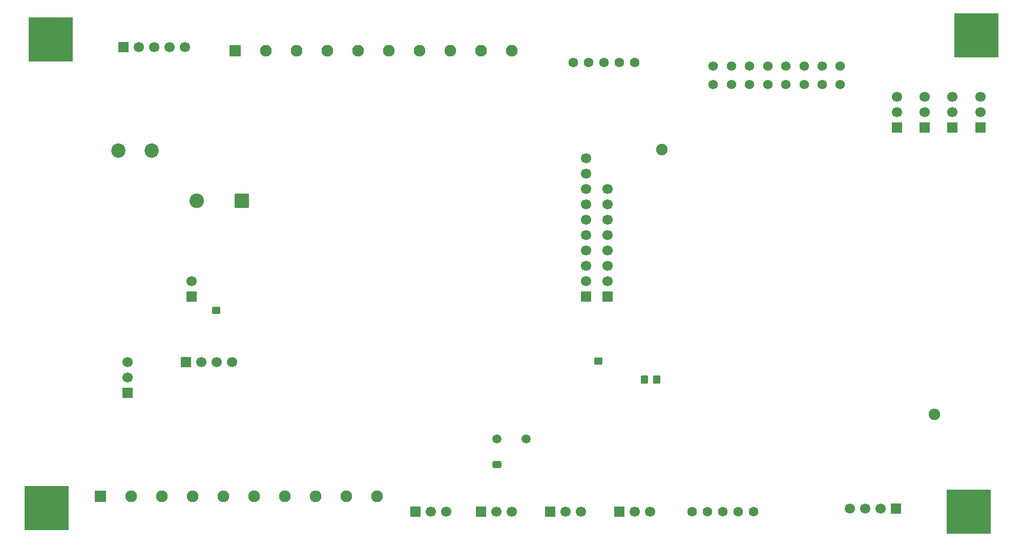
<source format=gbr>
%TF.GenerationSoftware,KiCad,Pcbnew,9.0.6*%
%TF.CreationDate,2025-11-21T14:30:57-07:00*%
%TF.ProjectId,FloodingPICPCB,466c6f6f-6469-46e6-9750-49435043422e,rev?*%
%TF.SameCoordinates,Original*%
%TF.FileFunction,Soldermask,Bot*%
%TF.FilePolarity,Negative*%
%FSLAX46Y46*%
G04 Gerber Fmt 4.6, Leading zero omitted, Abs format (unit mm)*
G04 Created by KiCad (PCBNEW 9.0.6) date 2025-11-21 14:30:57*
%MOMM*%
%LPD*%
G01*
G04 APERTURE LIST*
G04 Aperture macros list*
%AMRoundRect*
0 Rectangle with rounded corners*
0 $1 Rounding radius*
0 $2 $3 $4 $5 $6 $7 $8 $9 X,Y pos of 4 corners*
0 Add a 4 corners polygon primitive as box body*
4,1,4,$2,$3,$4,$5,$6,$7,$8,$9,$2,$3,0*
0 Add four circle primitives for the rounded corners*
1,1,$1+$1,$2,$3*
1,1,$1+$1,$4,$5*
1,1,$1+$1,$6,$7*
1,1,$1+$1,$8,$9*
0 Add four rect primitives between the rounded corners*
20,1,$1+$1,$2,$3,$4,$5,0*
20,1,$1+$1,$4,$5,$6,$7,0*
20,1,$1+$1,$6,$7,$8,$9,0*
20,1,$1+$1,$8,$9,$2,$3,0*%
G04 Aperture macros list end*
%ADD10R,1.700000X1.700000*%
%ADD11C,1.700000*%
%ADD12C,1.500000*%
%ADD13R,7.366000X7.366000*%
%ADD14R,1.950000X1.950000*%
%ADD15C,1.950000*%
%ADD16C,1.600200*%
%ADD17RoundRect,0.250000X-0.450000X0.350000X-0.450000X-0.350000X0.450000X-0.350000X0.450000X0.350000X0*%
%ADD18C,2.362200*%
%ADD19C,1.574800*%
%ADD20RoundRect,0.250001X0.949999X0.949999X-0.949999X0.949999X-0.949999X-0.949999X0.949999X-0.949999X0*%
%ADD21C,2.400000*%
%ADD22RoundRect,0.250000X-0.475000X0.337500X-0.475000X-0.337500X0.475000X-0.337500X0.475000X0.337500X0*%
%ADD23C,1.905000*%
%ADD24RoundRect,0.250000X0.350000X0.450000X-0.350000X0.450000X-0.350000X-0.450000X0.350000X-0.450000X0*%
G04 APERTURE END LIST*
D10*
%TO.C,J2*%
X110490000Y-32385000D03*
D11*
X113030000Y-32385000D03*
X115570000Y-32385000D03*
X118110000Y-32385000D03*
X120650000Y-32385000D03*
%TD*%
D12*
%TO.C,Y1*%
X177065000Y-97155000D03*
X172185000Y-97155000D03*
%TD*%
D13*
%TO.C,REF\u002A\u002A*%
X250190000Y-109220000D03*
%TD*%
D14*
%TO.C,J3*%
X106680000Y-106680000D03*
D15*
X111760000Y-106680000D03*
X116840000Y-106680000D03*
X121920000Y-106680000D03*
X127000000Y-106680000D03*
X132080000Y-106680000D03*
X137160000Y-106680000D03*
X142240000Y-106680000D03*
X147320000Y-106680000D03*
X152400000Y-106680000D03*
%TD*%
D16*
%TO.C,J19*%
X194945000Y-34925000D03*
X192405000Y-34925000D03*
X189865000Y-34925000D03*
X187325000Y-34925000D03*
X184785000Y-34925000D03*
%TD*%
D10*
%TO.C,J12*%
X252095000Y-45720000D03*
D11*
X252095000Y-43180000D03*
X252095000Y-40640000D03*
%TD*%
D13*
%TO.C,GND*%
X98425000Y-31115000D03*
%TD*%
D10*
%TO.C,I\u00B2C1*%
X120850000Y-84455000D03*
D11*
X123390000Y-84455000D03*
X125930000Y-84455000D03*
X128470000Y-84455000D03*
%TD*%
D10*
%TO.C,JP1*%
X121775000Y-73665000D03*
D11*
X121775000Y-71125000D03*
%TD*%
D17*
%TO.C,R2*%
X188976000Y-84312000D03*
%TD*%
D10*
%TO.C,J9*%
X180975000Y-109220000D03*
D11*
X183515000Y-109220000D03*
X186055000Y-109220000D03*
%TD*%
D10*
%TO.C,J17*%
X190500000Y-73660000D03*
D11*
X190500000Y-71120000D03*
X190500000Y-68580000D03*
X190500000Y-66040000D03*
X190500000Y-63500000D03*
X190500000Y-60960000D03*
X190500000Y-58420000D03*
X190500000Y-55880000D03*
%TD*%
D10*
%TO.C,J1*%
X238125000Y-108712000D03*
D11*
X235585000Y-108712000D03*
X233045000Y-108712000D03*
X230505000Y-108712000D03*
%TD*%
D10*
%TO.C,J13*%
X247505000Y-45720000D03*
D11*
X247505000Y-43180000D03*
X247505000Y-40640000D03*
%TD*%
D18*
%TO.C,J11*%
X109660850Y-49504600D03*
X115160849Y-49504600D03*
%TD*%
D10*
%TO.C,J14*%
X242915000Y-45720000D03*
D11*
X242915000Y-43180000D03*
X242915000Y-40640000D03*
%TD*%
D10*
%TO.C,J15*%
X238325000Y-45720000D03*
D11*
X238325000Y-43180000D03*
X238325000Y-40640000D03*
%TD*%
D17*
%TO.C,R3*%
X125785000Y-75930000D03*
%TD*%
D14*
%TO.C,J5*%
X128905000Y-33020000D03*
D15*
X133985000Y-33020000D03*
X139065000Y-33020000D03*
X144145000Y-33020000D03*
X149225000Y-33020000D03*
X154305000Y-33020000D03*
X159385000Y-33020000D03*
X164465000Y-33020000D03*
X169545000Y-33020000D03*
X174625000Y-33020000D03*
%TD*%
D10*
%TO.C,J4*%
X158750000Y-109220000D03*
D11*
X161290000Y-109220000D03*
X163830000Y-109220000D03*
%TD*%
D10*
%TO.C,J6*%
X186944000Y-73660000D03*
D11*
X186944000Y-71120000D03*
X186944000Y-68580000D03*
X186944000Y-66040000D03*
X186944000Y-63500000D03*
X186944000Y-60960000D03*
X186944000Y-58420000D03*
X186944000Y-55880000D03*
X186944000Y-53340000D03*
X186944000Y-50800000D03*
%TD*%
D19*
%TO.C,J18*%
X207965403Y-35584301D03*
X210965402Y-35584301D03*
X213965401Y-35584301D03*
X216965401Y-35584301D03*
X219965400Y-35584301D03*
X222965399Y-35584301D03*
X225965398Y-35584301D03*
X228965397Y-35584301D03*
X207965403Y-38584300D03*
X210965402Y-38584300D03*
X213965401Y-38584300D03*
X216965401Y-38584300D03*
X219965400Y-38584300D03*
X222965399Y-38584300D03*
X225965398Y-38584300D03*
X228965397Y-38584300D03*
%TD*%
D20*
%TO.C,C7*%
X130055000Y-57785000D03*
D21*
X122555000Y-57785000D03*
%TD*%
D10*
%TO.C,JP2*%
X111180000Y-89535000D03*
D11*
X111180000Y-86995000D03*
X111180000Y-84455000D03*
%TD*%
D10*
%TO.C,J10*%
X192405000Y-109220000D03*
D11*
X194945000Y-109220000D03*
X197485000Y-109220000D03*
%TD*%
D13*
%TO.C,REF\u002A\u002A*%
X97790000Y-108585000D03*
%TD*%
D22*
%TO.C,C3*%
X172212000Y-101451500D03*
%TD*%
D23*
%TO.C,REF\u002A\u002A*%
X244496000Y-93112000D03*
X199496000Y-49362000D03*
%TD*%
D13*
%TO.C,REF\u002A\u002A*%
X251460000Y-30480000D03*
%TD*%
D10*
%TO.C,J7*%
X169545000Y-109220000D03*
D11*
X172085000Y-109220000D03*
X174625000Y-109220000D03*
%TD*%
D24*
%TO.C,R1*%
X198612000Y-87376000D03*
X196612000Y-87376000D03*
%TD*%
D16*
%TO.C,J8*%
X204470000Y-109220000D03*
X207010000Y-109220000D03*
X209550000Y-109220000D03*
X212090000Y-109220000D03*
X214630000Y-109220000D03*
%TD*%
M02*

</source>
